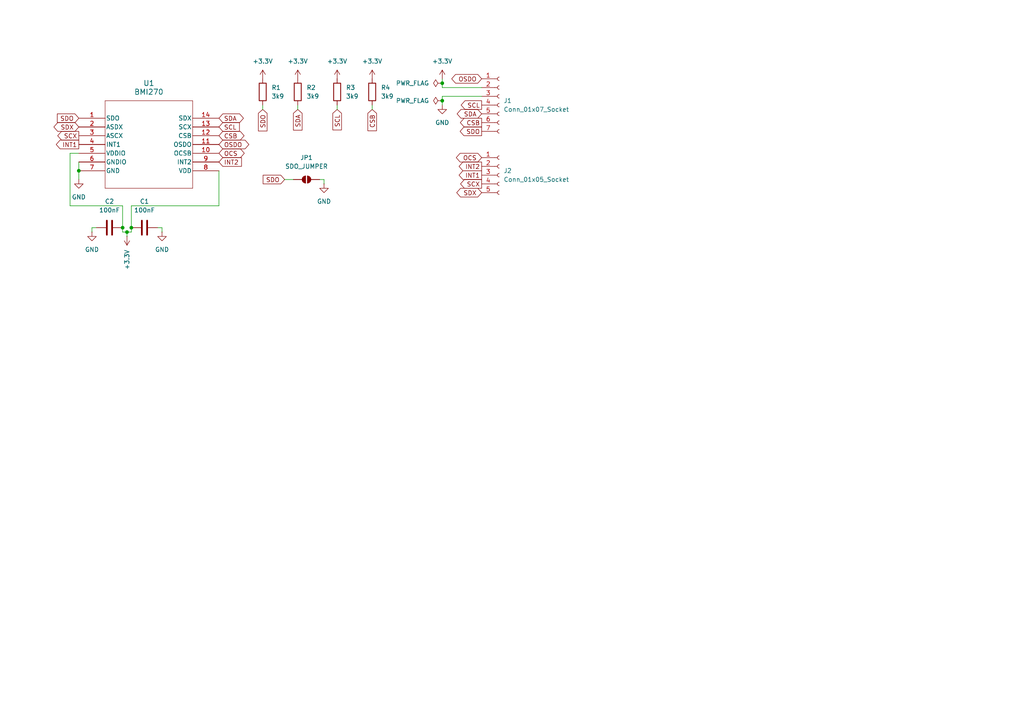
<source format=kicad_sch>
(kicad_sch (version 20231120) (generator "eeschema") (generator_version "8.0")
  (paper "A4")
  (lib_symbols
    (symbol "2024-11-04_07-29-49:BMI270" (pin_names (offset 0.254))
      (property "Reference" "U" (at 20.32 10.16 0))
      (property "Value" "BMI270" (at 20.32 7.62 0))
      (symbol "BMI270_0_1"
        (polyline (pts (xy 7.62 -20.32) (xy 33.02 -20.32)) (stroke (width 0.127)))
        (polyline (pts (xy 7.62 5.08) (xy 7.62 -20.32)) (stroke (width 0.127)))
        (polyline (pts (xy 33.02 -20.32) (xy 33.02 5.08)) (stroke (width 0.127)))
        (polyline (pts (xy 33.02 5.08) (xy 7.62 5.08)) (stroke (width 0.127)))
        (pin bidirectional line (at 0 0 0) (length 7.62) (name "SDO") (number "1"))
        (pin input line (at 40.64 -10.16 180) (length 7.62) (name "OCSB") (number "10"))
        (pin output line (at 40.64 -7.62 180) (length 7.62) (name "OSDO") (number "11"))
        (pin input line (at 40.64 -5.08 180) (length 7.62) (name "CSB") (number "12"))
        (pin input line (at 40.64 -2.54 180) (length 7.62) (name "SCX") (number "13"))
        (pin bidirectional line (at 40.64 0 180) (length 7.62) (name "SDX") (number "14"))
        (pin bidirectional line (at 0 -2.54 0) (length 7.62) (name "ASDX") (number "2"))
        (pin bidirectional line (at 0 -5.08 0) (length 7.62) (name "ASCX") (number "3"))
        (pin bidirectional line (at 0 -7.62 0) (length 7.62) (name "INT1") (number "4"))
        (pin power_in line (at 0 -10.16 0) (length 7.62) (name "VDDIO") (number "5"))
        (pin power_out line (at 0 -12.7 0) (length 7.62) (name "GNDIO") (number "6"))
        (pin power_out line (at 0 -15.24 0) (length 7.62) (name "GND") (number "7"))
        (pin power_in line (at 40.64 -15.24 180) (length 7.62) (name "VDD") (number "8"))
        (pin bidirectional line (at 40.64 -12.7 180) (length 7.62) (name "INT2") (number "9"))
      )
    )
    (symbol "Connector:Conn_01x05_Socket" (pin_names (offset 1.016) hide)
      (property "Reference" "J" (at 0 7.62 0))
      (property "Value" "Conn_01x05_Socket" (at 0 -7.62 0))
      (symbol "Conn_01x05_Socket_1_1"
        (arc (start 0 -4.572) (mid -0.5058 -5.08) (end 0 -5.588) (stroke (width 0.1524)))
        (arc (start 0 -2.032) (mid -0.5058 -2.54) (end 0 -3.048) (stroke (width 0.1524)))
        (polyline (pts (xy -1.27 -5.08) (xy -0.508 -5.08)) (stroke (width 0.1524)))
        (polyline (pts (xy -1.27 -2.54) (xy -0.508 -2.54)) (stroke (width 0.1524)))
        (polyline (pts (xy -1.27 0) (xy -0.508 0)) (stroke (width 0.1524)))
        (polyline (pts (xy -1.27 2.54) (xy -0.508 2.54)) (stroke (width 0.1524)))
        (polyline (pts (xy -1.27 5.08) (xy -0.508 5.08)) (stroke (width 0.1524)))
        (arc (start 0 0.508) (mid -0.5058 0) (end 0 -0.508) (stroke (width 0.1524)))
        (arc (start 0 3.048) (mid -0.5058 2.54) (end 0 2.032) (stroke (width 0.1524)))
        (arc (start 0 5.588) (mid -0.5058 5.08) (end 0 4.572) (stroke (width 0.1524)))
        (pin passive line (at -5.08 5.08 0) (length 3.81) (name "Pin_1") (number "1"))
        (pin passive line (at -5.08 2.54 0) (length 3.81) (name "Pin_2") (number "2"))
        (pin passive line (at -5.08 0 0) (length 3.81) (name "Pin_3") (number "3"))
        (pin passive line (at -5.08 -2.54 0) (length 3.81) (name "Pin_4") (number "4"))
        (pin passive line (at -5.08 -5.08 0) (length 3.81) (name "Pin_5") (number "5"))
      )
    )
    (symbol "Connector:Conn_01x07_Socket" (pin_names (offset 1.016) hide)
      (property "Reference" "J" (at 0 10.16 0))
      (property "Value" "Conn_01x07_Socket" (at 0 -10.16 0))
      (symbol "Conn_01x07_Socket_1_1"
        (arc (start 0 -7.112) (mid -0.5058 -7.62) (end 0 -8.128) (stroke (width 0.1524)))
        (arc (start 0 -4.572) (mid -0.5058 -5.08) (end 0 -5.588) (stroke (width 0.1524)))
        (arc (start 0 -2.032) (mid -0.5058 -2.54) (end 0 -3.048) (stroke (width 0.1524)))
        (polyline (pts (xy -1.27 -7.62) (xy -0.508 -7.62)) (stroke (width 0.1524)))
        (polyline (pts (xy -1.27 -5.08) (xy -0.508 -5.08)) (stroke (width 0.1524)))
        (polyline (pts (xy -1.27 -2.54) (xy -0.508 -2.54)) (stroke (width 0.1524)))
        (polyline (pts (xy -1.27 0) (xy -0.508 0)) (stroke (width 0.1524)))
        (polyline (pts (xy -1.27 2.54) (xy -0.508 2.54)) (stroke (width 0.1524)))
        (polyline (pts (xy -1.27 5.08) (xy -0.508 5.08)) (stroke (width 0.1524)))
        (polyline (pts (xy -1.27 7.62) (xy -0.508 7.62)) (stroke (width 0.1524)))
        (arc (start 0 0.508) (mid -0.5058 0) (end 0 -0.508) (stroke (width 0.1524)))
        (arc (start 0 3.048) (mid -0.5058 2.54) (end 0 2.032) (stroke (width 0.1524)))
        (arc (start 0 5.588) (mid -0.5058 5.08) (end 0 4.572) (stroke (width 0.1524)))
        (arc (start 0 8.128) (mid -0.5058 7.62) (end 0 7.112) (stroke (width 0.1524)))
        (pin passive line (at -5.08 7.62 0) (length 3.81) (name "Pin_1") (number "1"))
        (pin passive line (at -5.08 5.08 0) (length 3.81) (name "Pin_2") (number "2"))
        (pin passive line (at -5.08 2.54 0) (length 3.81) (name "Pin_3") (number "3"))
        (pin passive line (at -5.08 0 0) (length 3.81) (name "Pin_4") (number "4"))
        (pin passive line (at -5.08 -2.54 0) (length 3.81) (name "Pin_5") (number "5"))
        (pin passive line (at -5.08 -5.08 0) (length 3.81) (name "Pin_6") (number "6"))
        (pin passive line (at -5.08 -7.62 0) (length 3.81) (name "Pin_7") (number "7"))
      )
    )
    (symbol "Device:C" (pin_numbers hide) (pin_names (offset 0.254))
      (property "Reference" "C" (at 0.635 2.54 0))
      (property "Value" "C" (at 0.635 -2.54 0))
      (symbol "C_0_1"
        (polyline (pts (xy -2.032 -0.762) (xy 2.032 -0.762)) (stroke (width 0.508)))
        (polyline (pts (xy -2.032 0.762) (xy 2.032 0.762)) (stroke (width 0.508)))
      )
      (symbol "C_1_1"
        (pin passive line (at 0 3.81 270) (length 2.794) (name "~") (number "1"))
        (pin passive line (at 0 -3.81 90) (length 2.794) (name "~") (number "2"))
      )
    )
    (symbol "Device:R" (pin_numbers hide) (pin_names (offset 0))
      (property "Reference" "R" (at 2.032 0 90))
      (property "Value" "R" (at 0 0 90))
      (symbol "R_0_1"
        (rectangle (start -1.016 -2.54) (end 1.016 2.54) (stroke (width 0.254)))
      )
      (symbol "R_1_1"
        (pin passive line (at 0 3.81 270) (length 1.27) (name "~") (number "1"))
        (pin passive line (at 0 -3.81 90) (length 1.27) (name "~") (number "2"))
      )
    )
    (symbol "Jumper:SolderJumper_2_Open" (pin_numbers hide) (pin_names (offset 0) hide) (exclude_from_sim yes) (in_bom no)
      (property "Reference" "JP" (at 0 2.032 0))
      (property "Value" "SolderJumper_2_Open" (at 0 -2.54 0))
      (symbol "SolderJumper_2_Open_0_1"
        (arc (start -0.254 1.016) (mid -1.2656 0) (end -0.254 -1.016))
        (arc (start -0.254 1.016) (mid -1.2656 0) (end -0.254 -1.016) (fill (type outline)))
        (polyline (pts (xy -0.254 1.016) (xy -0.254 -1.016)))
        (polyline (pts (xy 0.254 1.016) (xy 0.254 -1.016)))
        (arc (start 0.254 -1.016) (mid 1.2656 0) (end 0.254 1.016))
        (arc (start 0.254 -1.016) (mid 1.2656 0) (end 0.254 1.016) (fill (type outline)))
      )
      (symbol "SolderJumper_2_Open_1_1"
        (pin passive line (at -3.81 0 0) (length 2.54) (name "A") (number "1"))
        (pin passive line (at 3.81 0 180) (length 2.54) (name "B") (number "2"))
      )
    )
    (symbol "power:+3.3V" (power) (pin_numbers hide) (pin_names (offset 0) hide)
      (property "Value" "+3.3V" (at 0 3.556 0))
      (symbol "+3.3V_0_1"
        (polyline (pts (xy -0.762 1.27) (xy 0 2.54)))
        (polyline (pts (xy 0 0) (xy 0 2.54)))
        (polyline (pts (xy 0 2.54) (xy 0.762 1.27)))
      )
      (symbol "+3.3V_1_1"
        (pin power_in line (at 0 0 90) (length 0) (name "~") (number "1"))
      )
    )
    (symbol "power:GND" (power) (pin_numbers hide) (pin_names (offset 0) hide)
      (property "Value" "GND" (at 0 -3.81 0))
      (symbol "GND_0_1"
        (polyline (pts (xy 0 0) (xy 0 -1.27) (xy 1.27 -1.27) (xy 0 -2.54) (xy -1.27 -1.27) (xy 0 -1.27)))
      )
      (symbol "GND_1_1"
        (pin power_in line (at 0 0 270) (length 0) (name "~") (number "1"))
      )
    )
    (symbol "power:PWR_FLAG" (power) (pin_numbers hide) (pin_names (offset 0) hide)
      (property "Value" "PWR_FLAG" (at 0 3.81 0))
      (symbol "PWR_FLAG_0_0"
        (pin power_out line (at 0 0 90) (length 0) (name "~") (number "1"))
      )
      (symbol "PWR_FLAG_0_1"
        (polyline (pts (xy 0 0) (xy 0 1.27) (xy -1.016 1.905) (xy 0 2.54) (xy 1.016 1.905) (xy 0 1.27)))
      )
    )
  )
  (junction (at 38.1 66.04))
  (junction (at 128.27 24.13))
  (junction (at 128.27 29.21))
  (junction (at 36.83 67.31))
  (junction (at 22.86 49.53))
  (junction (at 35.56 66.04))
  (wire (pts (xy 20.32 44.45) (xy 22.86 44.45)))
  (wire (pts (xy 35.56 59.69) (xy 20.32 59.69)))
  (wire (pts (xy 35.56 67.31) (xy 35.56 66.04)))
  (wire (pts (xy 93.98 53.34) (xy 93.98 52.07)))
  (wire (pts (xy 93.98 52.07) (xy 92.71 52.07)))
  (wire (pts (xy 128.27 24.13) (xy 128.27 22.86)))
  (wire (pts (xy 139.7 27.94) (xy 128.27 27.94)))
  (wire (pts (xy 38.1 59.69) (xy 38.1 66.04)))
  (wire (pts (xy 86.36 31.75) (xy 86.36 30.48)))
  (wire (pts (xy 128.27 27.94) (xy 128.27 29.21)))
  (wire (pts (xy 26.67 66.04) (xy 27.94 66.04)))
  (wire (pts (xy 36.83 67.31) (xy 36.83 68.58)))
  (wire (pts (xy 38.1 67.31) (xy 38.1 66.04)))
  (wire (pts (xy 38.1 59.69) (xy 63.5 59.69)))
  (wire (pts (xy 76.2 31.75) (xy 76.2 30.48)))
  (wire (pts (xy 128.27 24.13) (xy 128.27 25.4)))
  (wire (pts (xy 85.09 52.07) (xy 82.55 52.07)))
  (wire (pts (xy 128.27 25.4) (xy 139.7 25.4)))
  (wire (pts (xy 46.99 66.04) (xy 45.72 66.04)))
  (wire (pts (xy 63.5 59.69) (xy 63.5 49.53)))
  (wire (pts (xy 35.56 66.04) (xy 35.56 59.69)))
  (wire (pts (xy 22.86 46.99) (xy 22.86 49.53)))
  (wire (pts (xy 36.83 67.31) (xy 35.56 67.31)))
  (wire (pts (xy 26.67 67.31) (xy 26.67 66.04)))
  (wire (pts (xy 22.86 49.53) (xy 22.86 52.07)))
  (wire (pts (xy 36.83 67.31) (xy 38.1 67.31)))
  (wire (pts (xy 46.99 67.31) (xy 46.99 66.04)))
  (wire (pts (xy 97.79 31.75) (xy 97.79 30.48)))
  (wire (pts (xy 20.32 59.69) (xy 20.32 44.45)))
  (wire (pts (xy 128.27 29.21) (xy 128.27 30.48)))
  (wire (pts (xy 107.95 31.75) (xy 107.95 30.48)))
  (global_label "SDO" (shape input) (at 82.55 52.07 180) (property "Intersheetrefs" "${INTERSHEET_REFS}" (effects (hide yes))))
  (global_label "SDO" (shape output) (at 139.7 38.1 180) (property "Intersheetrefs" "${INTERSHEET_REFS}" (effects (hide yes))))
  (global_label "SDA" (shape input) (at 86.36 31.75 270) (property "Intersheetrefs" "${INTERSHEET_REFS}" (effects (hide yes))))
  (global_label "SDA" (shape bidirectional) (at 139.7 33.02 180) (property "Intersheetrefs" "${INTERSHEET_REFS}" (effects (hide yes))))
  (global_label "OCS" (shape bidirectional) (at 139.7 45.72 180) (property "Intersheetrefs" "${INTERSHEET_REFS}" (effects (hide yes))))
  (global_label "SDO" (shape input) (at 76.2 31.75 270) (property "Intersheetrefs" "${INTERSHEET_REFS}" (effects (hide yes))))
  (global_label "CSB" (shape output) (at 139.7 35.56 180) (property "Intersheetrefs" "${INTERSHEET_REFS}" (effects (hide yes))))
  (global_label "SCL" (shape input) (at 97.79 31.75 270) (property "Intersheetrefs" "${INTERSHEET_REFS}" (effects (hide yes))))
  (global_label "SCL" (shape input) (at 63.5 36.83 0) (property "Intersheetrefs" "${INTERSHEET_REFS}" (effects (hide yes))))
  (global_label "OSDO" (shape bidirectional) (at 139.7 22.86 180) (property "Intersheetrefs" "${INTERSHEET_REFS}" (effects (hide yes))))
  (global_label "INT2" (shape input) (at 63.5 46.99 0) (property "Intersheetrefs" "${INTERSHEET_REFS}" (effects (hide yes))))
  (global_label "SDX" (shape bidirectional) (at 22.86 36.83 180) (property "Intersheetrefs" "${INTERSHEET_REFS}" (effects (hide yes))))
  (global_label "OCS" (shape bidirectional) (at 63.5 44.45 0) (property "Intersheetrefs" "${INTERSHEET_REFS}" (effects (hide yes))))
  (global_label "INT1" (shape output) (at 139.7 50.8 180) (property "Intersheetrefs" "${INTERSHEET_REFS}" (effects (hide yes))))
  (global_label "SDX" (shape bidirectional) (at 139.7 55.88 180) (property "Intersheetrefs" "${INTERSHEET_REFS}" (effects (hide yes))))
  (global_label "SCL" (shape output) (at 139.7 30.48 180) (property "Intersheetrefs" "${INTERSHEET_REFS}" (effects (hide yes))))
  (global_label "INT2" (shape output) (at 139.7 48.26 180) (property "Intersheetrefs" "${INTERSHEET_REFS}" (effects (hide yes))))
  (global_label "OSDO" (shape bidirectional) (at 63.5 41.91 0) (property "Intersheetrefs" "${INTERSHEET_REFS}" (effects (hide yes))))
  (global_label "CSB" (shape input) (at 107.95 31.75 270) (property "Intersheetrefs" "${INTERSHEET_REFS}" (effects (hide yes))))
  (global_label "SCX" (shape output) (at 22.86 39.37 180) (property "Intersheetrefs" "${INTERSHEET_REFS}" (effects (hide yes))))
  (global_label "INT1" (shape output) (at 22.86 41.91 180) (property "Intersheetrefs" "${INTERSHEET_REFS}" (effects (hide yes))))
  (global_label "SCX" (shape output) (at 139.7 53.34 180) (property "Intersheetrefs" "${INTERSHEET_REFS}" (effects (hide yes))))
  (global_label "SDO" (shape input) (at 22.86 34.29 180) (property "Intersheetrefs" "${INTERSHEET_REFS}" (effects (hide yes))))
  (global_label "SDA" (shape bidirectional) (at 63.5 34.29 0) (property "Intersheetrefs" "${INTERSHEET_REFS}" (effects (hide yes))))
  (global_label "CSB" (shape bidirectional) (at 63.5 39.37 0) (property "Intersheetrefs" "${INTERSHEET_REFS}" (effects (hide yes))))
  (symbol (lib_id "power:+3.3V") (at 128.27 22.86 0) (unit 1)
    (property "Reference" "#PWR010" (effects (hide yes)))
    (property "Value" "+3.3V" (at 128.27 17.78 0))
    (property "Description" "Power symbol creates a global label with name \"+3.3V\"" (effects (hide yes)))
  )
  (symbol (lib_id "power:+3.3V") (at 107.95 22.86 0) (unit 1)
    (property "Reference" "#PWR09" (effects (hide yes)))
    (property "Value" "+3.3V" (at 107.95 17.78 0))
    (property "Description" "Power symbol creates a global label with name \"+3.3V\"" (effects (hide yes)))
  )
  (symbol (lib_id "Device:R") (at 86.36 26.67 0) (unit 1)
    (property "Reference" "R2" (at 88.9 25.3999 0) (effects (justify left)))
    (property "Value" "3k9" (at 88.9 27.9399 0) (effects (justify left)))
    (property "Footprint" "Resistor_SMD:R_0603_1608Metric" (effects (hide yes)))
    (property "Description" "Resistor" (effects (hide yes)))
  )
  (symbol (lib_id "Device:R") (at 76.2 26.67 0) (unit 1)
    (property "Reference" "R1" (at 78.74 25.3999 0) (effects (justify left)))
    (property "Value" "3k9" (at 78.74 27.9399 0) (effects (justify left)))
    (property "Footprint" "Resistor_SMD:R_0603_1608Metric" (effects (hide yes)))
    (property "Description" "Resistor" (effects (hide yes)))
  )
  (symbol (lib_id "power:PWR_FLAG") (at 128.27 24.13 90) (unit 1)
    (property "Reference" "#FLG01" (effects (hide yes)))
    (property "Value" "PWR_FLAG" (at 124.46 24.1299 90) (effects (justify left)))
    (property "Description" "Special symbol for telling ERC where power comes from" (effects (hide yes)))
  )
  (symbol (lib_id "power:+3.3V") (at 86.36 22.86 0) (unit 1)
    (property "Reference" "#PWR07" (effects (hide yes)))
    (property "Value" "+3.3V" (at 86.36 17.78 0))
    (property "Description" "Power symbol creates a global label with name \"+3.3V\"" (effects (hide yes)))
  )
  (symbol (lib_id "Connector:Conn_01x05_Socket") (at 144.78 50.8 0) (unit 1)
    (property "Reference" "J2" (at 146.05 49.5299 0) (effects (justify left)))
    (property "Value" "Conn_01x05_Socket" (at 146.05 52.0699 0) (effects (justify left)))
    (property "Footprint" "Connector_Pin_2.54mm_Castellated:PinHeader_Castellated_1x05_P2.54mm_Vertical_142" (effects (hide yes)))
    (property "Description" "Generic connector, single row, 01x05, script generated" (effects (hide yes)))
  )
  (symbol (lib_id "power:+3.3V") (at 97.79 22.86 0) (unit 1)
    (property "Reference" "#PWR08" (effects (hide yes)))
    (property "Value" "+3.3V" (at 97.79 17.78 0))
    (property "Description" "Power symbol creates a global label with name \"+3.3V\"" (effects (hide yes)))
  )
  (symbol (lib_id "power:GND") (at 22.86 52.07 0) (unit 1)
    (property "Reference" "#PWR01" (effects (hide yes)))
    (property "Value" "GND" (at 22.86 57.15 0))
    (property "Description" "Power symbol creates a global label with name \"GND\" , ground" (effects (hide yes)))
  )
  (symbol (lib_id "Device:C") (at 41.91 66.04 90) (unit 1)
    (property "Reference" "C1" (at 41.91 58.42 90))
    (property "Value" "100nF" (at 41.91 60.96 90))
    (property "Footprint" "Capacitor_SMD:C_0603_1608Metric" (effects (hide yes)))
    (property "Description" "Unpolarized capacitor" (effects (hide yes)))
  )
  (symbol (lib_id "power:+3.3V") (at 36.83 68.58 180) (unit 1)
    (property "Reference" "#PWR05" (effects (hide yes)))
    (property "Value" "+3.3V" (at 36.8301 72.39 90) (effects (justify left)))
    (property "Description" "Power symbol creates a global label with name \"+3.3V\"" (effects (hide yes)))
  )
  (symbol (lib_id "2024-11-04_07-29-49:BMI270") (at 22.86 34.29 0) (unit 1)
    (property "Reference" "U1" (at 43.18 24.13 0) (effects (font (size 1.524 1.524))))
    (property "Value" "BMI270" (at 43.18 26.67 0) (effects (font (size 1.524 1.524))))
    (property "Footprint" "footprints:BMI270_BOS" (effects (hide yes)))
    (property "Datasheet" "BMI270" (effects (hide yes)))
  )
  (symbol (lib_id "Device:R") (at 97.79 26.67 0) (unit 1)
    (property "Reference" "R3" (at 100.33 25.3999 0) (effects (justify left)))
    (property "Value" "3k9" (at 100.33 27.9399 0) (effects (justify left)))
    (property "Footprint" "Resistor_SMD:R_0603_1608Metric" (effects (hide yes)))
    (property "Description" "Resistor" (effects (hide yes)))
  )
  (symbol (lib_id "power:+3.3V") (at 76.2 22.86 0) (unit 1)
    (property "Reference" "#PWR06" (effects (hide yes)))
    (property "Value" "+3.3V" (at 76.2 17.78 0))
    (property "Description" "Power symbol creates a global label with name \"+3.3V\"" (effects (hide yes)))
  )
  (symbol (lib_id "power:PWR_FLAG") (at 128.27 29.21 90) (unit 1)
    (property "Reference" "#FLG02" (effects (hide yes)))
    (property "Value" "PWR_FLAG" (at 124.46 29.2099 90) (effects (justify left)))
    (property "Description" "Special symbol for telling ERC where power comes from" (effects (hide yes)))
  )
  (symbol (lib_id "power:GND") (at 26.67 67.31 0) (unit 1)
    (property "Reference" "#PWR03" (effects (hide yes)))
    (property "Value" "GND" (at 26.67 72.39 0))
    (property "Description" "Power symbol creates a global label with name \"GND\" , ground" (effects (hide yes)))
  )
  (symbol (lib_id "Device:C") (at 31.75 66.04 90) (unit 1)
    (property "Reference" "C2" (at 31.75 58.42 90))
    (property "Value" "100nF" (at 31.75 60.96 90))
    (property "Footprint" "Capacitor_SMD:C_0603_1608Metric" (effects (hide yes)))
    (property "Description" "Unpolarized capacitor" (effects (hide yes)))
  )
  (symbol (lib_id "power:GND") (at 93.98 53.34 0) (unit 1)
    (property "Reference" "#PWR04" (effects (hide yes)))
    (property "Value" "GND" (at 93.98 58.42 0))
    (property "Description" "Power symbol creates a global label with name \"GND\" , ground" (effects (hide yes)))
  )
  (symbol (lib_id "Jumper:SolderJumper_2_Open") (at 88.9 52.07 0) (unit 1) (exclude_from_sim yes) (in_bom no)
    (property "Reference" "JP1" (at 88.9 45.72 0))
    (property "Value" "SDO_JUMPER" (at 88.9 48.26 0))
    (property "Footprint" "Jumper:SolderJumper-2_P1.3mm_Open_TrianglePad1.0x1.5mm" (effects (hide yes)))
    (property "Description" "Solder Jumper, 2-pole, open" (effects (hide yes)))
  )
  (symbol (lib_id "Connector:Conn_01x07_Socket") (at 144.78 30.48 0) (unit 1)
    (property "Reference" "J1" (at 146.05 29.2099 0) (effects (justify left)))
    (property "Value" "Conn_01x07_Socket" (at 146.05 31.7499 0) (effects (justify left)))
    (property "Footprint" "Connector_Pin_2.54mm_Castellated:PinHeader_Castellated_1x07_P2.54mm_Vertical_142" (effects (hide yes)))
    (property "Description" "Generic connector, single row, 01x07, script generated" (effects (hide yes)))
  )
  (symbol (lib_id "power:GND") (at 46.99 67.31 0) (unit 1)
    (property "Reference" "#PWR02" (effects (hide yes)))
    (property "Value" "GND" (at 46.99 72.39 0))
    (property "Description" "Power symbol creates a global label with name \"GND\" , ground" (effects (hide yes)))
  )
  (symbol (lib_id "power:GND") (at 128.27 30.48 0) (unit 1)
    (property "Reference" "#PWR011" (effects (hide yes)))
    (property "Value" "GND" (at 128.27 35.56 0))
    (property "Description" "Power symbol creates a global label with name \"GND\" , ground" (effects (hide yes)))
  )
  (symbol (lib_id "Device:R") (at 107.95 26.67 0) (unit 1)
    (property "Reference" "R4" (at 110.49 25.3999 0) (effects (justify left)))
    (property "Value" "3k9" (at 110.49 27.9399 0) (effects (justify left)))
    (property "Footprint" "Resistor_SMD:R_0603_1608Metric" (effects (hide yes)))
    (property "Description" "Resistor" (effects (hide yes)))
  )
)
</source>
